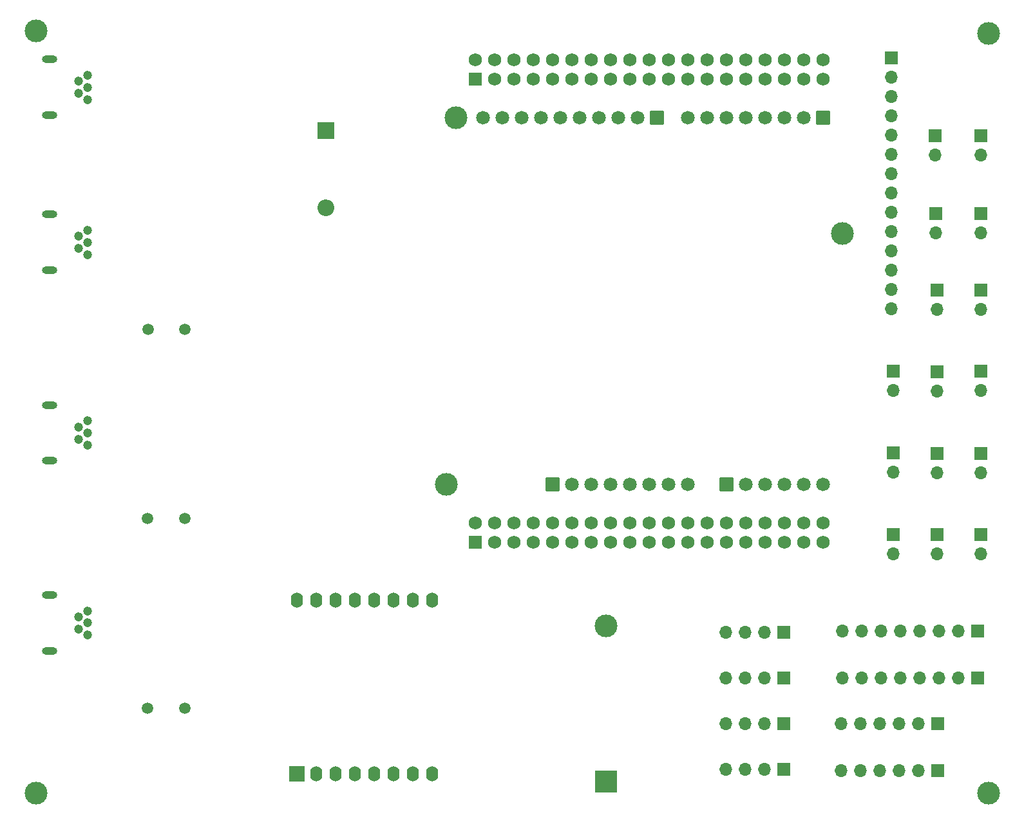
<source format=gbr>
%TF.GenerationSoftware,KiCad,Pcbnew,8.0.8*%
%TF.CreationDate,2025-04-05T02:10:51+02:00*%
%TF.ProjectId,mb02a1,6d623032-6131-42e6-9b69-6361645f7063,rev?*%
%TF.SameCoordinates,Original*%
%TF.FileFunction,Soldermask,Bot*%
%TF.FilePolarity,Negative*%
%FSLAX46Y46*%
G04 Gerber Fmt 4.6, Leading zero omitted, Abs format (unit mm)*
G04 Created by KiCad (PCBNEW 8.0.8) date 2025-04-05 02:10:51*
%MOMM*%
%LPD*%
G01*
G04 APERTURE LIST*
G04 Aperture macros list*
%AMRoundRect*
0 Rectangle with rounded corners*
0 $1 Rounding radius*
0 $2 $3 $4 $5 $6 $7 $8 $9 X,Y pos of 4 corners*
0 Add a 4 corners polygon primitive as box body*
4,1,4,$2,$3,$4,$5,$6,$7,$8,$9,$2,$3,0*
0 Add four circle primitives for the rounded corners*
1,1,$1+$1,$2,$3*
1,1,$1+$1,$4,$5*
1,1,$1+$1,$6,$7*
1,1,$1+$1,$8,$9*
0 Add four rect primitives between the rounded corners*
20,1,$1+$1,$2,$3,$4,$5,0*
20,1,$1+$1,$4,$5,$6,$7,0*
20,1,$1+$1,$6,$7,$8,$9,0*
20,1,$1+$1,$8,$9,$2,$3,0*%
G04 Aperture macros list end*
%ADD10C,3.000000*%
%ADD11R,3.000000X3.000000*%
%ADD12R,1.700000X1.700000*%
%ADD13O,1.700000X1.700000*%
%ADD14R,2.000000X2.000000*%
%ADD15O,1.600000X2.000000*%
%ADD16O,2.000000X1.000000*%
%ADD17C,1.193800*%
%ADD18C,1.500000*%
%ADD19R,2.200000X2.200000*%
%ADD20O,2.200000X2.200000*%
%ADD21RoundRect,0.102000X0.802500X-0.802500X0.802500X0.802500X-0.802500X0.802500X-0.802500X-0.802500X0*%
%ADD22C,1.809000*%
%ADD23RoundRect,0.102000X0.765000X-0.765000X0.765000X0.765000X-0.765000X0.765000X-0.765000X-0.765000X0*%
%ADD24C,1.734000*%
G04 APERTURE END LIST*
D10*
%TO.C,*%
X80500000Y-49700000D03*
%TD*%
%TO.C,*%
X80500000Y-150000000D03*
%TD*%
%TO.C,*%
X205750000Y-150000000D03*
%TD*%
%TO.C,*%
X205750000Y-50000000D03*
%TD*%
D11*
%TO.C,B1*%
X155500000Y-148500000D03*
D10*
X155500000Y-128010000D03*
%TD*%
D12*
%TO.C,PWR5V.2*%
X199000000Y-94540000D03*
D13*
X199000000Y-97080000D03*
%TD*%
%TO.C,I2C1.2*%
X171230000Y-134870000D03*
X173770000Y-134870000D03*
X176310000Y-134870000D03*
D12*
X178850000Y-134870000D03*
%TD*%
D14*
%TO.C,U10*%
X114840000Y-147500000D03*
D15*
X117380000Y-147500000D03*
X119920000Y-147500000D03*
X122460000Y-147500000D03*
X125000000Y-147500000D03*
X127540000Y-147500000D03*
X130080000Y-147500000D03*
X132620000Y-147500000D03*
X132620000Y-124640000D03*
X130080000Y-124640000D03*
X127540000Y-124640000D03*
X125000000Y-124640000D03*
X122460000Y-124640000D03*
X119920000Y-124640000D03*
X117380000Y-124640000D03*
X114840000Y-124640000D03*
%TD*%
D16*
%TO.C,J4*%
X82290900Y-123923100D03*
X82290900Y-131273100D03*
D17*
X87290900Y-126023100D03*
X86090900Y-126823099D03*
X87290900Y-127623100D03*
X86090900Y-128423101D03*
X87290900Y-129223099D03*
%TD*%
D12*
%TO.C,SPI2.2*%
X199090000Y-147020000D03*
D13*
X196550000Y-147020000D03*
X194010000Y-147020000D03*
X191470000Y-147020000D03*
X188930000Y-147020000D03*
X186390000Y-147020000D03*
%TD*%
D12*
%TO.C,PWR3V3.1*%
X193200000Y-105235000D03*
D13*
X193200000Y-107775000D03*
%TD*%
D12*
%TO.C,PWM.2*%
X199000000Y-116000000D03*
D13*
X199000000Y-118540000D03*
%TD*%
D16*
%TO.C,J1*%
X82290900Y-53423100D03*
X82290900Y-60773100D03*
D17*
X87290900Y-55523100D03*
X86090900Y-56323099D03*
X87290900Y-57123100D03*
X86090900Y-57923101D03*
X87290900Y-58723099D03*
%TD*%
D12*
%TO.C,PWR3V3.3*%
X204750000Y-105275000D03*
D13*
X204750000Y-107815000D03*
%TD*%
D18*
%TO.C,X2*%
X95220000Y-113870000D03*
X100100000Y-113870000D03*
%TD*%
D12*
%TO.C,DISPLAY1*%
X193000000Y-53255000D03*
D13*
X193000000Y-55795000D03*
X193000000Y-58335000D03*
X193000000Y-60875000D03*
X193000000Y-63415000D03*
X193000000Y-65955000D03*
X193000000Y-68495000D03*
X193000000Y-71035000D03*
X193000000Y-73575000D03*
X193000000Y-76115000D03*
X193000000Y-78655000D03*
X193000000Y-81195000D03*
X193000000Y-83735000D03*
X193000000Y-86275000D03*
%TD*%
D12*
%TO.C,PWR3V3.2*%
X199000000Y-105275000D03*
D13*
X199000000Y-107815000D03*
%TD*%
D12*
%TO.C,DAC.1*%
X198750000Y-63525000D03*
D13*
X198750000Y-66065000D03*
%TD*%
D12*
%TO.C,EXTI.2*%
X198850000Y-73750000D03*
D13*
X198850000Y-76290000D03*
%TD*%
D12*
%TO.C,EXIO.2*%
X204330000Y-134870000D03*
D13*
X201790000Y-134870000D03*
X199250000Y-134870000D03*
X196710000Y-134870000D03*
X194170000Y-134870000D03*
X191630000Y-134870000D03*
X189090000Y-134870000D03*
X186550000Y-134870000D03*
%TD*%
D12*
%TO.C,EXTI.3*%
X204750000Y-73750000D03*
D13*
X204750000Y-76290000D03*
%TD*%
D16*
%TO.C,J2*%
X82290900Y-73820000D03*
X82290900Y-81170000D03*
D17*
X87290900Y-75920000D03*
X86090900Y-76719999D03*
X87290900Y-77520000D03*
X86090900Y-78320001D03*
X87290900Y-79119999D03*
%TD*%
D12*
%TO.C,PWR5V.1*%
X193200000Y-94500000D03*
D13*
X193200000Y-97040000D03*
%TD*%
D12*
%TO.C,EXIO.1*%
X204330000Y-128720000D03*
D13*
X201790000Y-128720000D03*
X199250000Y-128720000D03*
X196710000Y-128720000D03*
X194170000Y-128720000D03*
X191630000Y-128720000D03*
X189090000Y-128720000D03*
X186550000Y-128720000D03*
%TD*%
D12*
%TO.C,I2C1.4*%
X178850000Y-146870000D03*
D13*
X176310000Y-146870000D03*
X173770000Y-146870000D03*
X171230000Y-146870000D03*
%TD*%
D12*
%TO.C,EXTI.1*%
X204750000Y-63525000D03*
D13*
X204750000Y-66065000D03*
%TD*%
D12*
%TO.C,PWM.3*%
X204750000Y-116025000D03*
D13*
X204750000Y-118565000D03*
%TD*%
D19*
%TO.C,D2*%
X118600000Y-62790000D03*
D20*
X118600000Y-72950000D03*
%TD*%
D18*
%TO.C,X1*%
X95245000Y-88945000D03*
X100125000Y-88945000D03*
%TD*%
D12*
%TO.C,I2C1.1*%
X178850000Y-128870000D03*
D13*
X176310000Y-128870000D03*
X173770000Y-128870000D03*
X171230000Y-128870000D03*
%TD*%
D18*
%TO.C,X3*%
X95175000Y-138870000D03*
X100055000Y-138870000D03*
%TD*%
D12*
%TO.C,ADC.1*%
X199000000Y-83775000D03*
D13*
X199000000Y-86315000D03*
%TD*%
D12*
%TO.C,ADC.2*%
X204750000Y-83775000D03*
D13*
X204750000Y-86315000D03*
%TD*%
D12*
%TO.C,PWM.1*%
X193250000Y-116000000D03*
D13*
X193250000Y-118540000D03*
%TD*%
D10*
%TO.C,U9*%
X134440000Y-109380000D03*
X186510000Y-76360000D03*
X135710000Y-61120000D03*
D21*
X162130000Y-61120000D03*
D22*
X159590000Y-61120000D03*
X157050000Y-61120000D03*
X154510000Y-61120000D03*
X151970000Y-61120000D03*
X149430000Y-61120000D03*
X146890000Y-61120000D03*
X144350000Y-61120000D03*
X141810000Y-61120000D03*
X139270000Y-61120000D03*
D21*
X148410000Y-109380000D03*
D22*
X150950000Y-109380000D03*
X153490000Y-109380000D03*
X156030000Y-109380000D03*
X158570000Y-109380000D03*
X161110000Y-109380000D03*
X163650000Y-109380000D03*
X166190000Y-109380000D03*
D23*
X138250000Y-117000000D03*
D24*
X138250000Y-114460000D03*
X140790000Y-117000000D03*
X140790000Y-114460000D03*
X143330000Y-117000000D03*
X143330000Y-114460000D03*
X145870000Y-117000000D03*
X145870000Y-114460000D03*
X148410000Y-117000000D03*
X148410000Y-114460000D03*
X150950000Y-117000000D03*
X150950000Y-114460000D03*
X153490000Y-117000000D03*
X153490000Y-114460000D03*
X156030000Y-117000000D03*
X156030000Y-114460000D03*
X158570000Y-117000000D03*
X158570000Y-114460000D03*
X161110000Y-117000000D03*
X161110000Y-114460000D03*
X163650000Y-117000000D03*
X163650000Y-114460000D03*
X166190000Y-117000000D03*
X166190000Y-114460000D03*
X168730000Y-117000000D03*
X168730000Y-114460000D03*
X171270000Y-117000000D03*
X171270000Y-114460000D03*
X173810000Y-117000000D03*
X173810000Y-114460000D03*
X176350000Y-117000000D03*
X176350000Y-114460000D03*
X178890000Y-117000000D03*
X178890000Y-114460000D03*
X181430000Y-117000000D03*
X181430000Y-114460000D03*
X183970000Y-117000000D03*
X183970000Y-114460000D03*
D21*
X171270000Y-109380000D03*
D22*
X173810000Y-109380000D03*
X176350000Y-109380000D03*
X178890000Y-109380000D03*
X181430000Y-109380000D03*
X183970000Y-109380000D03*
D21*
X183970000Y-61120000D03*
D22*
X181430000Y-61120000D03*
X178890000Y-61120000D03*
X176350000Y-61120000D03*
X173810000Y-61120000D03*
X171270000Y-61120000D03*
X168730000Y-61120000D03*
X166190000Y-61120000D03*
D23*
X138250000Y-56040000D03*
D24*
X138250000Y-53500000D03*
X140790000Y-56040000D03*
X140790000Y-53500000D03*
X143330000Y-56040000D03*
X143330000Y-53500000D03*
X145870000Y-56040000D03*
X145870000Y-53500000D03*
X148410000Y-56040000D03*
X148410000Y-53500000D03*
X150950000Y-56040000D03*
X150950000Y-53500000D03*
X153490000Y-56040000D03*
X153490000Y-53500000D03*
X156030000Y-56040000D03*
X156030000Y-53500000D03*
X158570000Y-56040000D03*
X158570000Y-53500000D03*
X161110000Y-56040000D03*
X161110000Y-53500000D03*
X163650000Y-56040000D03*
X163650000Y-53500000D03*
X166190000Y-56040000D03*
X166190000Y-53500000D03*
X168730000Y-56040000D03*
X168730000Y-53500000D03*
X171270000Y-56040000D03*
X171270000Y-53500000D03*
X173810000Y-56040000D03*
X173810000Y-53500000D03*
X176350000Y-56040000D03*
X176350000Y-53500000D03*
X178890000Y-56040000D03*
X178890000Y-53500000D03*
X181430000Y-56040000D03*
X181430000Y-53500000D03*
X183970000Y-56040000D03*
X183970000Y-53500000D03*
%TD*%
D12*
%TO.C,PWR5V.3*%
X204750000Y-94500000D03*
D13*
X204750000Y-97040000D03*
%TD*%
D12*
%TO.C,SPI2.1*%
X199050000Y-140870000D03*
D13*
X196510000Y-140870000D03*
X193970000Y-140870000D03*
X191430000Y-140870000D03*
X188890000Y-140870000D03*
X186350000Y-140870000D03*
%TD*%
D16*
%TO.C,J3*%
X82290900Y-98923100D03*
X82290900Y-106273100D03*
D17*
X87290900Y-101023100D03*
X86090900Y-101823099D03*
X87290900Y-102623100D03*
X86090900Y-103423101D03*
X87290900Y-104223099D03*
%TD*%
D12*
%TO.C,I2C1.3*%
X178850000Y-140870000D03*
D13*
X176310000Y-140870000D03*
X173770000Y-140870000D03*
X171230000Y-140870000D03*
%TD*%
M02*

</source>
